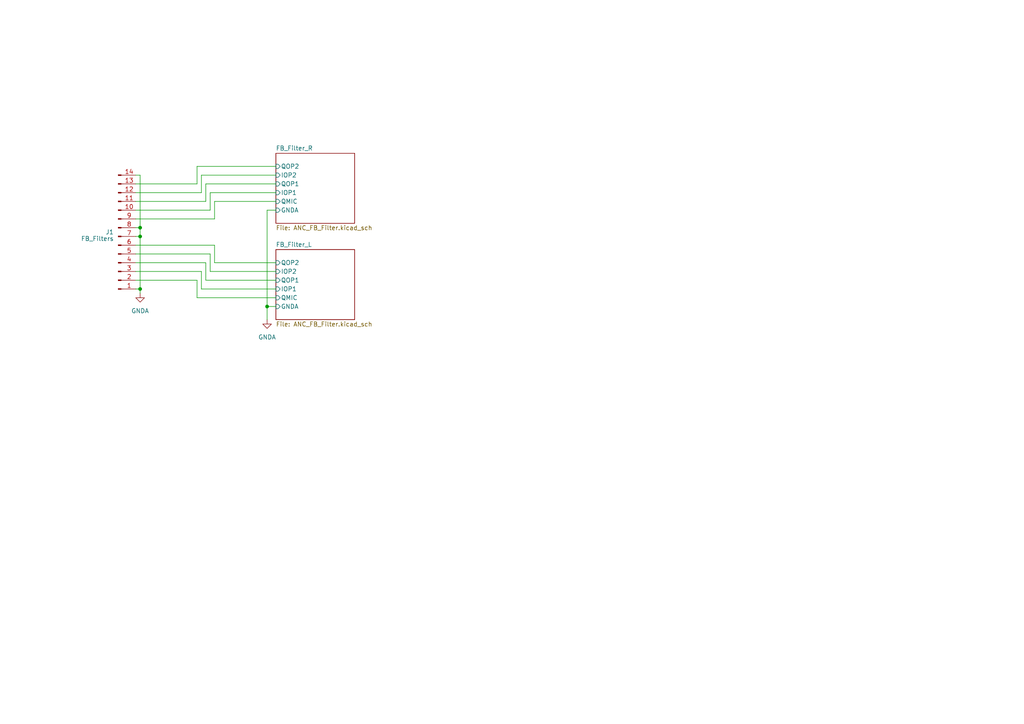
<source format=kicad_sch>
(kicad_sch (version 20230121) (generator eeschema)
  (paper "A4")
  (lib_symbols
    (symbol "Connector:Conn_01x14_Pin" (pin_names (offset 1.016) hide)
      (property "Reference" "J" (at 0 17.78 0))
      (property "Value" "Conn_01x14_Pin" (at 0 -20.32 0))
      (symbol "Conn_01x14_Pin_1_1"
        (polyline (pts (xy 1.27 -17.78) (xy 0.8636 -17.78)) (stroke (width 0.1524)))
        (polyline (pts (xy 1.27 -15.24) (xy 0.8636 -15.24)) (stroke (width 0.1524)))
        (polyline (pts (xy 1.27 -12.7) (xy 0.8636 -12.7)) (stroke (width 0.1524)))
        (polyline (pts (xy 1.27 -10.16) (xy 0.8636 -10.16)) (stroke (width 0.1524)))
        (polyline (pts (xy 1.27 -7.62) (xy 0.8636 -7.62)) (stroke (width 0.1524)))
        (polyline (pts (xy 1.27 -5.08) (xy 0.8636 -5.08)) (stroke (width 0.1524)))
        (polyline (pts (xy 1.27 -2.54) (xy 0.8636 -2.54)) (stroke (width 0.1524)))
        (polyline (pts (xy 1.27 0) (xy 0.8636 0)) (stroke (width 0.1524)))
        (polyline (pts (xy 1.27 2.54) (xy 0.8636 2.54)) (stroke (width 0.1524)))
        (polyline (pts (xy 1.27 5.08) (xy 0.8636 5.08)) (stroke (width 0.1524)))
        (polyline (pts (xy 1.27 7.62) (xy 0.8636 7.62)) (stroke (width 0.1524)))
        (polyline (pts (xy 1.27 10.16) (xy 0.8636 10.16)) (stroke (width 0.1524)))
        (polyline (pts (xy 1.27 12.7) (xy 0.8636 12.7)) (stroke (width 0.1524)))
        (polyline (pts (xy 1.27 15.24) (xy 0.8636 15.24)) (stroke (width 0.1524)))
        (rectangle (start 0.8636 -17.653) (end 0 -17.907) (stroke (width 0.1524)) (fill (type outline)))
        (rectangle (start 0.8636 -15.113) (end 0 -15.367) (stroke (width 0.1524)) (fill (type outline)))
        (rectangle (start 0.8636 -12.573) (end 0 -12.827) (stroke (width 0.1524)) (fill (type outline)))
        (rectangle (start 0.8636 -10.033) (end 0 -10.287) (stroke (width 0.1524)) (fill (type outline)))
        (rectangle (start 0.8636 -7.493) (end 0 -7.747) (stroke (width 0.1524)) (fill (type outline)))
        (rectangle (start 0.8636 -4.953) (end 0 -5.207) (stroke (width 0.1524)) (fill (type outline)))
        (rectangle (start 0.8636 -2.413) (end 0 -2.667) (stroke (width 0.1524)) (fill (type outline)))
        (rectangle (start 0.8636 0.127) (end 0 -0.127) (stroke (width 0.1524)) (fill (type outline)))
        (rectangle (start 0.8636 2.667) (end 0 2.413) (stroke (width 0.1524)) (fill (type outline)))
        (rectangle (start 0.8636 5.207) (end 0 4.953) (stroke (width 0.1524)) (fill (type outline)))
        (rectangle (start 0.8636 7.747) (end 0 7.493) (stroke (width 0.1524)) (fill (type outline)))
        (rectangle (start 0.8636 10.287) (end 0 10.033) (stroke (width 0.1524)) (fill (type outline)))
        (rectangle (start 0.8636 12.827) (end 0 12.573) (stroke (width 0.1524)) (fill (type outline)))
        (rectangle (start 0.8636 15.367) (end 0 15.113) (stroke (width 0.1524)) (fill (type outline)))
        (pin passive line (at 5.08 15.24 180) (length 3.81) (name "Pin_1") (number "1"))
        (pin passive line (at 5.08 -7.62 180) (length 3.81) (name "Pin_10") (number "10"))
        (pin passive line (at 5.08 -10.16 180) (length 3.81) (name "Pin_11") (number "11"))
        (pin passive line (at 5.08 -12.7 180) (length 3.81) (name "Pin_12") (number "12"))
        (pin passive line (at 5.08 -15.24 180) (length 3.81) (name "Pin_13") (number "13"))
        (pin passive line (at 5.08 -17.78 180) (length 3.81) (name "Pin_14") (number "14"))
        (pin passive line (at 5.08 12.7 180) (length 3.81) (name "Pin_2") (number "2"))
        (pin passive line (at 5.08 10.16 180) (length 3.81) (name "Pin_3") (number "3"))
        (pin passive line (at 5.08 7.62 180) (length 3.81) (name "Pin_4") (number "4"))
        (pin passive line (at 5.08 5.08 180) (length 3.81) (name "Pin_5") (number "5"))
        (pin passive line (at 5.08 2.54 180) (length 3.81) (name "Pin_6") (number "6"))
        (pin passive line (at 5.08 0 180) (length 3.81) (name "Pin_7") (number "7"))
        (pin passive line (at 5.08 -2.54 180) (length 3.81) (name "Pin_8") (number "8"))
        (pin passive line (at 5.08 -5.08 180) (length 3.81) (name "Pin_9") (number "9"))
      )
    )
    (symbol "power:GNDA" (power) (pin_names (offset 0))
      (property "Value" "GNDA" (at 0 -3.81 0))
      (symbol "GNDA_0_1"
        (polyline (pts (xy 0 0) (xy 0 -1.27) (xy 1.27 -1.27) (xy 0 -2.54) (xy -1.27 -1.27) (xy 0 -1.27)))
      )
      (symbol "GNDA_1_1"
        (pin power_in line (at 0 0 270) (length 0) hide (name "GNDA") (number "1"))
      )
    )
  )
  (junction (at 40.64 83.82))
  (junction (at 40.64 66.04))
  (junction (at 77.47 88.9))
  (junction (at 40.64 68.58))
  (wire (pts (xy 77.47 88.9) (xy 80.01 88.9)))
  (wire (pts (xy 59.69 53.34) (xy 59.69 58.42)))
  (wire (pts (xy 39.37 50.8) (xy 40.64 50.8)))
  (wire (pts (xy 62.23 58.42) (xy 80.01 58.42)))
  (wire (pts (xy 57.15 53.34) (xy 39.37 53.34)))
  (wire (pts (xy 57.15 81.28) (xy 39.37 81.28)))
  (wire (pts (xy 62.23 63.5) (xy 39.37 63.5)))
  (wire (pts (xy 39.37 68.58) (xy 40.64 68.58)))
  (wire (pts (xy 58.42 83.82) (xy 58.42 78.74)))
  (wire (pts (xy 60.96 55.88) (xy 60.96 60.96)))
  (wire (pts (xy 62.23 76.2) (xy 62.23 71.12)))
  (wire (pts (xy 60.96 60.96) (xy 39.37 60.96)))
  (wire (pts (xy 57.15 86.36) (xy 57.15 81.28)))
  (wire (pts (xy 57.15 48.26) (xy 80.01 48.26)))
  (wire (pts (xy 62.23 76.2) (xy 80.01 76.2)))
  (wire (pts (xy 58.42 55.88) (xy 39.37 55.88)))
  (wire (pts (xy 60.96 73.66) (xy 39.37 73.66)))
  (wire (pts (xy 59.69 53.34) (xy 80.01 53.34)))
  (wire (pts (xy 58.42 50.8) (xy 58.42 55.88)))
  (wire (pts (xy 40.64 83.82) (xy 39.37 83.82)))
  (wire (pts (xy 62.23 71.12) (xy 39.37 71.12)))
  (wire (pts (xy 57.15 48.26) (xy 57.15 53.34)))
  (wire (pts (xy 60.96 55.88) (xy 80.01 55.88)))
  (wire (pts (xy 62.23 58.42) (xy 62.23 63.5)))
  (wire (pts (xy 59.69 76.2) (xy 39.37 76.2)))
  (wire (pts (xy 40.64 66.04) (xy 40.64 68.58)))
  (wire (pts (xy 57.15 86.36) (xy 80.01 86.36)))
  (wire (pts (xy 80.01 60.96) (xy 77.47 60.96)))
  (wire (pts (xy 58.42 78.74) (xy 39.37 78.74)))
  (wire (pts (xy 58.42 50.8) (xy 80.01 50.8)))
  (wire (pts (xy 77.47 60.96) (xy 77.47 88.9)))
  (wire (pts (xy 40.64 50.8) (xy 40.64 66.04)))
  (wire (pts (xy 59.69 81.28) (xy 59.69 76.2)))
  (wire (pts (xy 59.69 81.28) (xy 80.01 81.28)))
  (wire (pts (xy 58.42 83.82) (xy 80.01 83.82)))
  (wire (pts (xy 40.64 85.09) (xy 40.64 83.82)))
  (wire (pts (xy 40.64 68.58) (xy 40.64 83.82)))
  (wire (pts (xy 59.69 58.42) (xy 39.37 58.42)))
  (wire (pts (xy 39.37 66.04) (xy 40.64 66.04)))
  (wire (pts (xy 77.47 92.71) (xy 77.47 88.9)))
  (wire (pts (xy 60.96 78.74) (xy 60.96 73.66)))
  (wire (pts (xy 60.96 78.74) (xy 80.01 78.74)))
  (symbol (lib_id "power:GNDA") (at 40.64 85.09 0) (mirror y) (unit 1)
    (property "Reference" "#PWR06" (effects hide))
    (property "Value" "GNDA" (at 40.64 90.17 0))
  )
  (symbol (lib_id "Connector:Conn_01x14_Pin") (at 34.29 68.58 0) (mirror x) (unit 1)
    (property "Reference" "J1" (at 33.02 67.31 0) (effects (justify right)))
    (property "Value" "FB_Filters" (at 33.02 69.215 0) (effects (justify right)))
    (property "Footprint" "Connector_Hirose:Hirose_DF12_DF12C3.0-14DS-0.5V_2x07_P0.50mm_Vertical" (effects hide))
  )
  (symbol (lib_id "power:GNDA") (at 77.47 92.71 0) (mirror y) (unit 1)
    (property "Reference" "#PWR07" (effects hide))
    (property "Value" "GNDA" (at 77.47 97.79 0))
  )
  (sheet (at 80.01 72.39) (size 22.86 20.32) (stroke (width 0.1524))
    (property "Sheetname" "FB_Filter_L" (at 80.01 71.6784 0) (effects (justify left bottom)))
    (property "Sheetfile" "ANC_FB_Filter.kicad_sch" (at 80.01 93.2946 0) (effects (justify left top)))
    (pin "QMIC" input (at 80.01 86.36 180))
    (pin "QOP1" input (at 80.01 81.28 180))
    (pin "QOP2" input (at 80.01 76.2 180))
    (pin "IOP2" input (at 80.01 78.74 180))
    (pin "IOP1" input (at 80.01 83.82 180))
    (pin "GNDA" input (at 80.01 88.9 180))
  )
  (sheet (at 80.01 44.45) (size 22.86 20.32) (stroke (width 0.1524))
    (property "Sheetname" "FB_Filter_R" (at 80.01 43.7384 0) (effects (justify left bottom)))
    (property "Sheetfile" "ANC_FB_Filter.kicad_sch" (at 80.01 65.3546 0) (effects (justify left top)))
    (pin "QMIC" input (at 80.01 58.42 180))
    (pin "QOP1" input (at 80.01 53.34 180))
    (pin "QOP2" input (at 80.01 48.26 180))
    (pin "IOP2" input (at 80.01 50.8 180))
    (pin "IOP1" input (at 80.01 55.88 180))
    (pin "GNDA" input (at 80.01 60.96 180))
  )
)
</source>
